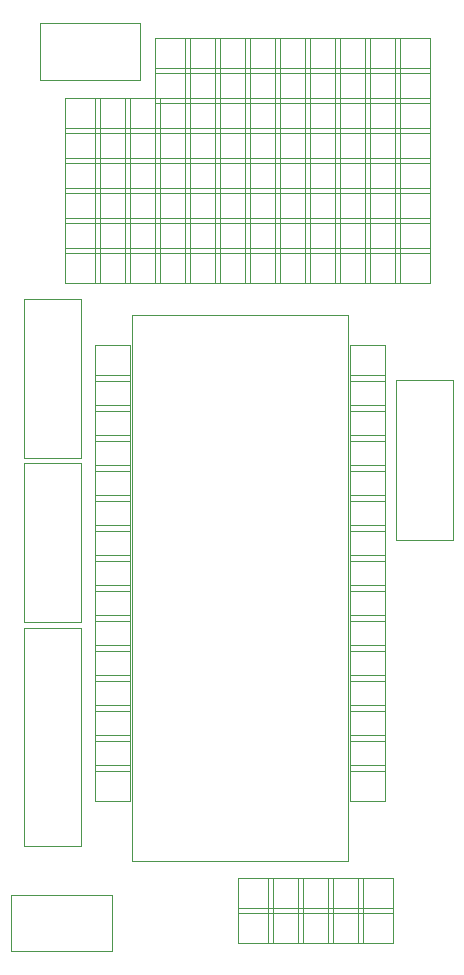
<source format=gbr>
G04 #@! TF.GenerationSoftware,KiCad,Pcbnew,(5.1.4)-1*
G04 #@! TF.CreationDate,2020-02-11T18:39:35-06:00*
G04 #@! TF.ProjectId,ArduinoBreakoutboardControl,41726475-696e-46f4-9272-65616b6f7574,rev?*
G04 #@! TF.SameCoordinates,Original*
G04 #@! TF.FileFunction,Other,User*
%FSLAX46Y46*%
G04 Gerber Fmt 4.6, Leading zero omitted, Abs format (unit mm)*
G04 Created by KiCad (PCBNEW (5.1.4)-1) date 2020-02-11 18:39:35*
%MOMM*%
%LPD*%
G04 APERTURE LIST*
%ADD10C,0.050000*%
G04 APERTURE END LIST*
D10*
X139470000Y-88495000D02*
X139470000Y-85495000D01*
X139470000Y-88495000D02*
X142470000Y-88495000D01*
X142470000Y-85495000D02*
X139470000Y-85495000D01*
X142470000Y-85495000D02*
X142470000Y-88495000D01*
X138244000Y-93685000D02*
X138244000Y-80185000D01*
X133444000Y-93685000D02*
X138244000Y-93685000D01*
X133444000Y-80185000D02*
X133444000Y-93685000D01*
X138244000Y-80185000D02*
X133444000Y-80185000D01*
X160895000Y-113915000D02*
X142615000Y-113915000D01*
X160895000Y-113915000D02*
X160895000Y-67695000D01*
X142615000Y-67695000D02*
X142615000Y-113915000D01*
X142615000Y-67695000D02*
X160895000Y-67695000D01*
X164870000Y-57380000D02*
X164870000Y-54380000D01*
X164870000Y-57380000D02*
X167870000Y-57380000D01*
X167870000Y-54380000D02*
X164870000Y-54380000D01*
X167870000Y-54380000D02*
X167870000Y-57380000D01*
X159790000Y-62460000D02*
X159790000Y-59460000D01*
X159790000Y-62460000D02*
X162790000Y-62460000D01*
X162790000Y-59460000D02*
X159790000Y-59460000D01*
X162790000Y-59460000D02*
X162790000Y-62460000D01*
X159790000Y-57380000D02*
X159790000Y-54380000D01*
X159790000Y-57380000D02*
X162790000Y-57380000D01*
X162790000Y-54380000D02*
X159790000Y-54380000D01*
X162790000Y-54380000D02*
X162790000Y-57380000D01*
X159790000Y-49760000D02*
X159790000Y-46760000D01*
X159790000Y-49760000D02*
X162790000Y-49760000D01*
X162790000Y-46760000D02*
X159790000Y-46760000D01*
X162790000Y-46760000D02*
X162790000Y-49760000D01*
X157250000Y-47220000D02*
X157250000Y-44220000D01*
X157250000Y-47220000D02*
X160250000Y-47220000D01*
X160250000Y-44220000D02*
X157250000Y-44220000D01*
X160250000Y-44220000D02*
X160250000Y-47220000D01*
X154710000Y-47220000D02*
X154710000Y-44220000D01*
X154710000Y-47220000D02*
X157710000Y-47220000D01*
X157710000Y-44220000D02*
X154710000Y-44220000D01*
X157710000Y-44220000D02*
X157710000Y-47220000D01*
X152170000Y-47220000D02*
X152170000Y-44220000D01*
X152170000Y-47220000D02*
X155170000Y-47220000D01*
X155170000Y-44220000D02*
X152170000Y-44220000D01*
X155170000Y-44220000D02*
X155170000Y-47220000D01*
X149630000Y-47220000D02*
X149630000Y-44220000D01*
X149630000Y-47220000D02*
X152630000Y-47220000D01*
X152630000Y-44220000D02*
X149630000Y-44220000D01*
X152630000Y-44220000D02*
X152630000Y-47220000D01*
X162330000Y-54840000D02*
X162330000Y-51840000D01*
X162330000Y-54840000D02*
X165330000Y-54840000D01*
X165330000Y-51840000D02*
X162330000Y-51840000D01*
X165330000Y-51840000D02*
X165330000Y-54840000D01*
X164870000Y-49760000D02*
X164870000Y-46760000D01*
X164870000Y-49760000D02*
X167870000Y-49760000D01*
X167870000Y-46760000D02*
X164870000Y-46760000D01*
X167870000Y-46760000D02*
X167870000Y-49760000D01*
X164870000Y-54840000D02*
X164870000Y-51840000D01*
X164870000Y-54840000D02*
X167870000Y-54840000D01*
X167870000Y-51840000D02*
X164870000Y-51840000D01*
X167870000Y-51840000D02*
X167870000Y-54840000D01*
X162330000Y-65000000D02*
X162330000Y-62000000D01*
X162330000Y-65000000D02*
X165330000Y-65000000D01*
X165330000Y-62000000D02*
X162330000Y-62000000D01*
X165330000Y-62000000D02*
X165330000Y-65000000D01*
X162330000Y-62460000D02*
X162330000Y-59460000D01*
X162330000Y-62460000D02*
X165330000Y-62460000D01*
X165330000Y-59460000D02*
X162330000Y-59460000D01*
X165330000Y-59460000D02*
X165330000Y-62460000D01*
X162330000Y-57380000D02*
X162330000Y-54380000D01*
X162330000Y-57380000D02*
X165330000Y-57380000D01*
X165330000Y-54380000D02*
X162330000Y-54380000D01*
X165330000Y-54380000D02*
X165330000Y-57380000D01*
X162330000Y-52300000D02*
X162330000Y-49300000D01*
X162330000Y-52300000D02*
X165330000Y-52300000D01*
X165330000Y-49300000D02*
X162330000Y-49300000D01*
X165330000Y-49300000D02*
X165330000Y-52300000D01*
X162330000Y-47220000D02*
X162330000Y-44220000D01*
X162330000Y-47220000D02*
X165330000Y-47220000D01*
X165330000Y-44220000D02*
X162330000Y-44220000D01*
X165330000Y-44220000D02*
X165330000Y-47220000D01*
X164870000Y-62460000D02*
X164870000Y-59460000D01*
X164870000Y-62460000D02*
X167870000Y-62460000D01*
X167870000Y-59460000D02*
X164870000Y-59460000D01*
X167870000Y-59460000D02*
X167870000Y-62460000D01*
X164870000Y-59920000D02*
X164870000Y-56920000D01*
X164870000Y-59920000D02*
X167870000Y-59920000D01*
X167870000Y-56920000D02*
X164870000Y-56920000D01*
X167870000Y-56920000D02*
X167870000Y-59920000D01*
X164870000Y-52300000D02*
X164870000Y-49300000D01*
X164870000Y-52300000D02*
X167870000Y-52300000D01*
X167870000Y-49300000D02*
X164870000Y-49300000D01*
X167870000Y-49300000D02*
X167870000Y-52300000D01*
X164870000Y-65000000D02*
X164870000Y-62000000D01*
X164870000Y-65000000D02*
X167870000Y-65000000D01*
X167870000Y-62000000D02*
X164870000Y-62000000D01*
X167870000Y-62000000D02*
X167870000Y-65000000D01*
X164870000Y-47220000D02*
X164870000Y-44220000D01*
X164870000Y-47220000D02*
X167870000Y-47220000D01*
X167870000Y-44220000D02*
X164870000Y-44220000D01*
X167870000Y-44220000D02*
X167870000Y-47220000D01*
X162330000Y-59920000D02*
X162330000Y-56920000D01*
X162330000Y-59920000D02*
X165330000Y-59920000D01*
X165330000Y-56920000D02*
X162330000Y-56920000D01*
X165330000Y-56920000D02*
X165330000Y-59920000D01*
X162330000Y-49760000D02*
X162330000Y-46760000D01*
X162330000Y-49760000D02*
X165330000Y-49760000D01*
X165330000Y-46760000D02*
X162330000Y-46760000D01*
X165330000Y-46760000D02*
X165330000Y-49760000D01*
X159790000Y-65000000D02*
X159790000Y-62000000D01*
X159790000Y-65000000D02*
X162790000Y-65000000D01*
X162790000Y-62000000D02*
X159790000Y-62000000D01*
X162790000Y-62000000D02*
X162790000Y-65000000D01*
X159790000Y-59920000D02*
X159790000Y-56920000D01*
X159790000Y-59920000D02*
X162790000Y-59920000D01*
X162790000Y-56920000D02*
X159790000Y-56920000D01*
X162790000Y-56920000D02*
X162790000Y-59920000D01*
X159790000Y-54840000D02*
X159790000Y-51840000D01*
X159790000Y-54840000D02*
X162790000Y-54840000D01*
X162790000Y-51840000D02*
X159790000Y-51840000D01*
X162790000Y-51840000D02*
X162790000Y-54840000D01*
X159790000Y-52300000D02*
X159790000Y-49300000D01*
X159790000Y-52300000D02*
X162790000Y-52300000D01*
X162790000Y-49300000D02*
X159790000Y-49300000D01*
X162790000Y-49300000D02*
X162790000Y-52300000D01*
X162790000Y-44220000D02*
X162790000Y-47220000D01*
X162790000Y-44220000D02*
X159790000Y-44220000D01*
X159790000Y-47220000D02*
X162790000Y-47220000D01*
X159790000Y-47220000D02*
X159790000Y-44220000D01*
X157250000Y-49760000D02*
X157250000Y-46760000D01*
X157250000Y-49760000D02*
X160250000Y-49760000D01*
X160250000Y-46760000D02*
X157250000Y-46760000D01*
X160250000Y-46760000D02*
X160250000Y-49760000D01*
X154710000Y-49760000D02*
X154710000Y-46760000D01*
X154710000Y-49760000D02*
X157710000Y-49760000D01*
X157710000Y-46760000D02*
X154710000Y-46760000D01*
X157710000Y-46760000D02*
X157710000Y-49760000D01*
X152170000Y-49760000D02*
X152170000Y-46760000D01*
X152170000Y-49760000D02*
X155170000Y-49760000D01*
X155170000Y-46760000D02*
X152170000Y-46760000D01*
X155170000Y-46760000D02*
X155170000Y-49760000D01*
X149630000Y-49760000D02*
X149630000Y-46760000D01*
X149630000Y-49760000D02*
X152630000Y-49760000D01*
X152630000Y-46760000D02*
X149630000Y-46760000D01*
X152630000Y-46760000D02*
X152630000Y-49760000D01*
X147090000Y-47220000D02*
X147090000Y-44220000D01*
X147090000Y-47220000D02*
X150090000Y-47220000D01*
X150090000Y-44220000D02*
X147090000Y-44220000D01*
X150090000Y-44220000D02*
X150090000Y-47220000D01*
X144550000Y-49760000D02*
X144550000Y-46760000D01*
X144550000Y-49760000D02*
X147550000Y-49760000D01*
X147550000Y-46760000D02*
X144550000Y-46760000D01*
X147550000Y-46760000D02*
X147550000Y-49760000D01*
X147550000Y-44220000D02*
X147550000Y-47220000D01*
X147550000Y-44220000D02*
X144550000Y-44220000D01*
X144550000Y-47220000D02*
X147550000Y-47220000D01*
X144550000Y-47220000D02*
X144550000Y-44220000D01*
X160250000Y-62000000D02*
X160250000Y-65000000D01*
X160250000Y-62000000D02*
X157250000Y-62000000D01*
X157250000Y-65000000D02*
X160250000Y-65000000D01*
X157250000Y-65000000D02*
X157250000Y-62000000D01*
X160250000Y-51840000D02*
X160250000Y-54840000D01*
X160250000Y-51840000D02*
X157250000Y-51840000D01*
X157250000Y-54840000D02*
X160250000Y-54840000D01*
X157250000Y-54840000D02*
X157250000Y-51840000D01*
X160250000Y-49300000D02*
X160250000Y-52300000D01*
X160250000Y-49300000D02*
X157250000Y-49300000D01*
X157250000Y-52300000D02*
X160250000Y-52300000D01*
X157250000Y-52300000D02*
X157250000Y-49300000D01*
X157710000Y-62000000D02*
X157710000Y-65000000D01*
X157710000Y-62000000D02*
X154710000Y-62000000D01*
X154710000Y-65000000D02*
X157710000Y-65000000D01*
X154710000Y-65000000D02*
X154710000Y-62000000D01*
X147090000Y-49760000D02*
X147090000Y-46760000D01*
X147090000Y-49760000D02*
X150090000Y-49760000D01*
X150090000Y-46760000D02*
X147090000Y-46760000D01*
X150090000Y-46760000D02*
X150090000Y-49760000D01*
X157710000Y-59460000D02*
X157710000Y-62460000D01*
X157710000Y-59460000D02*
X154710000Y-59460000D01*
X154710000Y-62460000D02*
X157710000Y-62460000D01*
X154710000Y-62460000D02*
X154710000Y-59460000D01*
X157710000Y-56920000D02*
X157710000Y-59920000D01*
X157710000Y-56920000D02*
X154710000Y-56920000D01*
X154710000Y-59920000D02*
X157710000Y-59920000D01*
X154710000Y-59920000D02*
X154710000Y-56920000D01*
X157710000Y-54380000D02*
X157710000Y-57380000D01*
X157710000Y-54380000D02*
X154710000Y-54380000D01*
X154710000Y-57380000D02*
X157710000Y-57380000D01*
X154710000Y-57380000D02*
X154710000Y-54380000D01*
X157710000Y-51840000D02*
X157710000Y-54840000D01*
X157710000Y-51840000D02*
X154710000Y-51840000D01*
X154710000Y-54840000D02*
X157710000Y-54840000D01*
X154710000Y-54840000D02*
X154710000Y-51840000D01*
X160250000Y-54380000D02*
X160250000Y-57380000D01*
X160250000Y-54380000D02*
X157250000Y-54380000D01*
X157250000Y-57380000D02*
X160250000Y-57380000D01*
X157250000Y-57380000D02*
X157250000Y-54380000D01*
X160250000Y-56920000D02*
X160250000Y-59920000D01*
X160250000Y-56920000D02*
X157250000Y-56920000D01*
X157250000Y-59920000D02*
X160250000Y-59920000D01*
X157250000Y-59920000D02*
X157250000Y-56920000D01*
X157710000Y-49300000D02*
X157710000Y-52300000D01*
X157710000Y-49300000D02*
X154710000Y-49300000D01*
X154710000Y-52300000D02*
X157710000Y-52300000D01*
X154710000Y-52300000D02*
X154710000Y-49300000D01*
X160250000Y-59460000D02*
X160250000Y-62460000D01*
X160250000Y-59460000D02*
X157250000Y-59460000D01*
X157250000Y-62460000D02*
X160250000Y-62460000D01*
X157250000Y-62460000D02*
X157250000Y-59460000D01*
X150090000Y-49300000D02*
X150090000Y-52300000D01*
X150090000Y-49300000D02*
X147090000Y-49300000D01*
X147090000Y-52300000D02*
X150090000Y-52300000D01*
X147090000Y-52300000D02*
X147090000Y-49300000D01*
X155170000Y-59460000D02*
X155170000Y-62460000D01*
X155170000Y-59460000D02*
X152170000Y-59460000D01*
X152170000Y-62460000D02*
X155170000Y-62460000D01*
X152170000Y-62460000D02*
X152170000Y-59460000D01*
X147550000Y-62000000D02*
X147550000Y-65000000D01*
X147550000Y-62000000D02*
X144550000Y-62000000D01*
X144550000Y-65000000D02*
X147550000Y-65000000D01*
X144550000Y-65000000D02*
X144550000Y-62000000D01*
X147550000Y-59460000D02*
X147550000Y-62460000D01*
X147550000Y-59460000D02*
X144550000Y-59460000D01*
X144550000Y-62460000D02*
X147550000Y-62460000D01*
X144550000Y-62460000D02*
X144550000Y-59460000D01*
X147550000Y-51840000D02*
X147550000Y-54840000D01*
X147550000Y-51840000D02*
X144550000Y-51840000D01*
X144550000Y-54840000D02*
X147550000Y-54840000D01*
X144550000Y-54840000D02*
X144550000Y-51840000D01*
X147550000Y-54380000D02*
X147550000Y-57380000D01*
X147550000Y-54380000D02*
X144550000Y-54380000D01*
X144550000Y-57380000D02*
X147550000Y-57380000D01*
X144550000Y-57380000D02*
X144550000Y-54380000D01*
X152630000Y-49300000D02*
X152630000Y-52300000D01*
X152630000Y-49300000D02*
X149630000Y-49300000D01*
X149630000Y-52300000D02*
X152630000Y-52300000D01*
X149630000Y-52300000D02*
X149630000Y-49300000D01*
X147550000Y-49300000D02*
X147550000Y-52300000D01*
X147550000Y-49300000D02*
X144550000Y-49300000D01*
X144550000Y-52300000D02*
X147550000Y-52300000D01*
X144550000Y-52300000D02*
X144550000Y-49300000D01*
X145010000Y-59460000D02*
X145010000Y-62460000D01*
X145010000Y-59460000D02*
X142010000Y-59460000D01*
X142010000Y-62460000D02*
X145010000Y-62460000D01*
X142010000Y-62460000D02*
X142010000Y-59460000D01*
X145010000Y-49300000D02*
X145010000Y-52300000D01*
X145010000Y-49300000D02*
X142010000Y-49300000D01*
X142010000Y-52300000D02*
X145010000Y-52300000D01*
X142010000Y-52300000D02*
X142010000Y-49300000D01*
X155170000Y-62000000D02*
X155170000Y-65000000D01*
X155170000Y-62000000D02*
X152170000Y-62000000D01*
X152170000Y-65000000D02*
X155170000Y-65000000D01*
X152170000Y-65000000D02*
X152170000Y-62000000D01*
X155170000Y-49300000D02*
X155170000Y-52300000D01*
X155170000Y-49300000D02*
X152170000Y-49300000D01*
X152170000Y-52300000D02*
X155170000Y-52300000D01*
X152170000Y-52300000D02*
X152170000Y-49300000D01*
X152630000Y-59460000D02*
X152630000Y-62460000D01*
X152630000Y-59460000D02*
X149630000Y-59460000D01*
X149630000Y-62460000D02*
X152630000Y-62460000D01*
X149630000Y-62460000D02*
X149630000Y-59460000D01*
X155170000Y-56920000D02*
X155170000Y-59920000D01*
X155170000Y-56920000D02*
X152170000Y-56920000D01*
X152170000Y-59920000D02*
X155170000Y-59920000D01*
X152170000Y-59920000D02*
X152170000Y-56920000D01*
X155170000Y-54380000D02*
X155170000Y-57380000D01*
X155170000Y-54380000D02*
X152170000Y-54380000D01*
X152170000Y-57380000D02*
X155170000Y-57380000D01*
X152170000Y-57380000D02*
X152170000Y-54380000D01*
X155170000Y-51840000D02*
X155170000Y-54840000D01*
X155170000Y-51840000D02*
X152170000Y-51840000D01*
X152170000Y-54840000D02*
X155170000Y-54840000D01*
X152170000Y-54840000D02*
X152170000Y-51840000D01*
X152630000Y-62000000D02*
X152630000Y-65000000D01*
X152630000Y-62000000D02*
X149630000Y-62000000D01*
X149630000Y-65000000D02*
X152630000Y-65000000D01*
X149630000Y-65000000D02*
X149630000Y-62000000D01*
X152630000Y-54380000D02*
X152630000Y-57380000D01*
X152630000Y-54380000D02*
X149630000Y-54380000D01*
X149630000Y-57380000D02*
X152630000Y-57380000D01*
X149630000Y-57380000D02*
X149630000Y-54380000D01*
X152630000Y-51840000D02*
X152630000Y-54840000D01*
X152630000Y-51840000D02*
X149630000Y-51840000D01*
X149630000Y-54840000D02*
X152630000Y-54840000D01*
X149630000Y-54840000D02*
X149630000Y-51840000D01*
X150090000Y-56920000D02*
X150090000Y-59920000D01*
X150090000Y-56920000D02*
X147090000Y-56920000D01*
X147090000Y-59920000D02*
X150090000Y-59920000D01*
X147090000Y-59920000D02*
X147090000Y-56920000D01*
X150090000Y-54380000D02*
X150090000Y-57380000D01*
X150090000Y-54380000D02*
X147090000Y-54380000D01*
X147090000Y-57380000D02*
X150090000Y-57380000D01*
X147090000Y-57380000D02*
X147090000Y-54380000D01*
X150090000Y-51840000D02*
X150090000Y-54840000D01*
X150090000Y-51840000D02*
X147090000Y-51840000D01*
X147090000Y-54840000D02*
X150090000Y-54840000D01*
X147090000Y-54840000D02*
X147090000Y-51840000D01*
X150090000Y-59460000D02*
X150090000Y-62460000D01*
X150090000Y-59460000D02*
X147090000Y-59460000D01*
X147090000Y-62460000D02*
X150090000Y-62460000D01*
X147090000Y-62460000D02*
X147090000Y-59460000D01*
X145010000Y-62000000D02*
X145010000Y-65000000D01*
X145010000Y-62000000D02*
X142010000Y-62000000D01*
X142010000Y-65000000D02*
X145010000Y-65000000D01*
X142010000Y-65000000D02*
X142010000Y-62000000D01*
X147550000Y-56920000D02*
X147550000Y-59920000D01*
X147550000Y-56920000D02*
X144550000Y-56920000D01*
X144550000Y-59920000D02*
X147550000Y-59920000D01*
X144550000Y-59920000D02*
X144550000Y-56920000D01*
X145010000Y-56920000D02*
X145010000Y-59920000D01*
X145010000Y-56920000D02*
X142010000Y-56920000D01*
X142010000Y-59920000D02*
X145010000Y-59920000D01*
X142010000Y-59920000D02*
X142010000Y-56920000D01*
X152630000Y-56920000D02*
X152630000Y-59920000D01*
X152630000Y-56920000D02*
X149630000Y-56920000D01*
X149630000Y-59920000D02*
X152630000Y-59920000D01*
X149630000Y-59920000D02*
X149630000Y-56920000D01*
X150090000Y-62000000D02*
X150090000Y-65000000D01*
X150090000Y-62000000D02*
X147090000Y-62000000D01*
X147090000Y-65000000D02*
X150090000Y-65000000D01*
X147090000Y-65000000D02*
X147090000Y-62000000D01*
X145010000Y-54380000D02*
X145010000Y-57380000D01*
X145010000Y-54380000D02*
X142010000Y-54380000D01*
X142010000Y-57380000D02*
X145010000Y-57380000D01*
X142010000Y-57380000D02*
X142010000Y-54380000D01*
X145010000Y-51840000D02*
X145010000Y-54840000D01*
X145010000Y-51840000D02*
X142010000Y-51840000D01*
X142010000Y-54840000D02*
X145010000Y-54840000D01*
X142010000Y-54840000D02*
X142010000Y-51840000D01*
X139470000Y-52300000D02*
X139470000Y-49300000D01*
X139470000Y-52300000D02*
X142470000Y-52300000D01*
X142470000Y-49300000D02*
X139470000Y-49300000D01*
X142470000Y-49300000D02*
X142470000Y-52300000D01*
X142470000Y-51840000D02*
X142470000Y-54840000D01*
X142470000Y-51840000D02*
X139470000Y-51840000D01*
X139470000Y-54840000D02*
X142470000Y-54840000D01*
X139470000Y-54840000D02*
X139470000Y-51840000D01*
X139930000Y-62000000D02*
X139930000Y-65000000D01*
X139930000Y-62000000D02*
X136930000Y-62000000D01*
X136930000Y-65000000D02*
X139930000Y-65000000D01*
X136930000Y-65000000D02*
X136930000Y-62000000D01*
X136930000Y-62460000D02*
X136930000Y-59460000D01*
X136930000Y-62460000D02*
X139930000Y-62460000D01*
X139930000Y-59460000D02*
X136930000Y-59460000D01*
X139930000Y-59460000D02*
X139930000Y-62460000D01*
X139930000Y-56920000D02*
X139930000Y-59920000D01*
X139930000Y-56920000D02*
X136930000Y-56920000D01*
X136930000Y-59920000D02*
X139930000Y-59920000D01*
X136930000Y-59920000D02*
X136930000Y-56920000D01*
X142470000Y-59460000D02*
X142470000Y-62460000D01*
X142470000Y-59460000D02*
X139470000Y-59460000D01*
X139470000Y-62460000D02*
X142470000Y-62460000D01*
X139470000Y-62460000D02*
X139470000Y-59460000D01*
X142470000Y-56920000D02*
X142470000Y-59920000D01*
X142470000Y-56920000D02*
X139470000Y-56920000D01*
X139470000Y-59920000D02*
X142470000Y-59920000D01*
X139470000Y-59920000D02*
X139470000Y-56920000D01*
X142470000Y-54380000D02*
X142470000Y-57380000D01*
X142470000Y-54380000D02*
X139470000Y-54380000D01*
X139470000Y-57380000D02*
X142470000Y-57380000D01*
X139470000Y-57380000D02*
X139470000Y-54380000D01*
X142470000Y-62000000D02*
X142470000Y-65000000D01*
X142470000Y-62000000D02*
X139470000Y-62000000D01*
X139470000Y-65000000D02*
X142470000Y-65000000D01*
X139470000Y-65000000D02*
X139470000Y-62000000D01*
X139930000Y-49300000D02*
X139930000Y-52300000D01*
X139930000Y-49300000D02*
X136930000Y-49300000D01*
X136930000Y-52300000D02*
X139930000Y-52300000D01*
X136930000Y-52300000D02*
X136930000Y-49300000D01*
X136930000Y-54840000D02*
X136930000Y-51840000D01*
X136930000Y-54840000D02*
X139930000Y-54840000D01*
X139930000Y-51840000D02*
X136930000Y-51840000D01*
X139930000Y-51840000D02*
X139930000Y-54840000D01*
X139930000Y-54380000D02*
X139930000Y-57380000D01*
X139930000Y-54380000D02*
X136930000Y-54380000D01*
X136930000Y-57380000D02*
X139930000Y-57380000D01*
X136930000Y-57380000D02*
X136930000Y-54380000D01*
X138244000Y-112655000D02*
X138244000Y-94155000D01*
X133444000Y-112655000D02*
X138244000Y-112655000D01*
X133444000Y-94155000D02*
X133444000Y-112655000D01*
X138244000Y-94155000D02*
X133444000Y-94155000D01*
X140882000Y-116772000D02*
X132382000Y-116772000D01*
X140882000Y-121572000D02*
X140882000Y-116772000D01*
X132382000Y-121572000D02*
X140882000Y-121572000D01*
X132382000Y-116772000D02*
X132382000Y-121572000D01*
X164060000Y-88035000D02*
X164060000Y-91035000D01*
X164060000Y-88035000D02*
X161060000Y-88035000D01*
X161060000Y-91035000D02*
X164060000Y-91035000D01*
X161060000Y-91035000D02*
X161060000Y-88035000D01*
X169740000Y-86700000D02*
X169740000Y-73200000D01*
X164940000Y-86700000D02*
X169740000Y-86700000D01*
X164940000Y-73200000D02*
X164940000Y-86700000D01*
X169740000Y-73200000D02*
X164940000Y-73200000D01*
X164060000Y-72795000D02*
X164060000Y-75795000D01*
X164060000Y-72795000D02*
X161060000Y-72795000D01*
X161060000Y-75795000D02*
X164060000Y-75795000D01*
X161060000Y-75795000D02*
X161060000Y-72795000D01*
X156615000Y-118340000D02*
X156615000Y-115340000D01*
X156615000Y-118340000D02*
X159615000Y-118340000D01*
X159615000Y-115340000D02*
X156615000Y-115340000D01*
X159615000Y-115340000D02*
X159615000Y-118340000D01*
X139470000Y-106275000D02*
X139470000Y-103275000D01*
X139470000Y-106275000D02*
X142470000Y-106275000D01*
X142470000Y-103275000D02*
X139470000Y-103275000D01*
X142470000Y-103275000D02*
X142470000Y-106275000D01*
X164695000Y-115340000D02*
X164695000Y-118340000D01*
X164695000Y-115340000D02*
X161695000Y-115340000D01*
X161695000Y-118340000D02*
X164695000Y-118340000D01*
X161695000Y-118340000D02*
X161695000Y-115340000D01*
X151535000Y-118340000D02*
X151535000Y-115340000D01*
X151535000Y-118340000D02*
X154535000Y-118340000D01*
X154535000Y-115340000D02*
X151535000Y-115340000D01*
X154535000Y-115340000D02*
X154535000Y-118340000D01*
X139470000Y-98655000D02*
X139470000Y-95655000D01*
X139470000Y-98655000D02*
X142470000Y-98655000D01*
X142470000Y-95655000D02*
X139470000Y-95655000D01*
X142470000Y-95655000D02*
X142470000Y-98655000D01*
X139470000Y-91035000D02*
X139470000Y-88035000D01*
X139470000Y-91035000D02*
X142470000Y-91035000D01*
X142470000Y-88035000D02*
X139470000Y-88035000D01*
X142470000Y-88035000D02*
X142470000Y-91035000D01*
X139470000Y-85955000D02*
X139470000Y-82955000D01*
X139470000Y-85955000D02*
X142470000Y-85955000D01*
X142470000Y-82955000D02*
X139470000Y-82955000D01*
X142470000Y-82955000D02*
X142470000Y-85955000D01*
X154075000Y-118340000D02*
X154075000Y-115340000D01*
X154075000Y-118340000D02*
X157075000Y-118340000D01*
X157075000Y-115340000D02*
X154075000Y-115340000D01*
X157075000Y-115340000D02*
X157075000Y-118340000D01*
X151535000Y-120880000D02*
X151535000Y-117880000D01*
X151535000Y-120880000D02*
X154535000Y-120880000D01*
X154535000Y-117880000D02*
X151535000Y-117880000D01*
X154535000Y-117880000D02*
X154535000Y-120880000D01*
X164060000Y-105815000D02*
X164060000Y-108815000D01*
X164060000Y-105815000D02*
X161060000Y-105815000D01*
X161060000Y-108815000D02*
X164060000Y-108815000D01*
X161060000Y-108815000D02*
X161060000Y-105815000D01*
X164060000Y-90575000D02*
X164060000Y-93575000D01*
X164060000Y-90575000D02*
X161060000Y-90575000D01*
X161060000Y-93575000D02*
X164060000Y-93575000D01*
X161060000Y-93575000D02*
X161060000Y-90575000D01*
X164060000Y-103275000D02*
X164060000Y-106275000D01*
X164060000Y-103275000D02*
X161060000Y-103275000D01*
X161060000Y-106275000D02*
X164060000Y-106275000D01*
X161060000Y-106275000D02*
X161060000Y-103275000D01*
X164060000Y-82955000D02*
X164060000Y-85955000D01*
X164060000Y-82955000D02*
X161060000Y-82955000D01*
X161060000Y-85955000D02*
X164060000Y-85955000D01*
X161060000Y-85955000D02*
X161060000Y-82955000D01*
X164060000Y-93115000D02*
X164060000Y-96115000D01*
X164060000Y-93115000D02*
X161060000Y-93115000D01*
X161060000Y-96115000D02*
X164060000Y-96115000D01*
X161060000Y-96115000D02*
X161060000Y-93115000D01*
X164060000Y-85495000D02*
X164060000Y-88495000D01*
X164060000Y-85495000D02*
X161060000Y-85495000D01*
X161060000Y-88495000D02*
X164060000Y-88495000D01*
X161060000Y-88495000D02*
X161060000Y-85495000D01*
X159155000Y-118340000D02*
X159155000Y-115340000D01*
X159155000Y-118340000D02*
X162155000Y-118340000D01*
X162155000Y-115340000D02*
X159155000Y-115340000D01*
X162155000Y-115340000D02*
X162155000Y-118340000D01*
X161695000Y-120880000D02*
X161695000Y-117880000D01*
X161695000Y-120880000D02*
X164695000Y-120880000D01*
X164695000Y-117880000D02*
X161695000Y-117880000D01*
X164695000Y-117880000D02*
X164695000Y-120880000D01*
X164060000Y-98195000D02*
X164060000Y-101195000D01*
X164060000Y-98195000D02*
X161060000Y-98195000D01*
X161060000Y-101195000D02*
X164060000Y-101195000D01*
X161060000Y-101195000D02*
X161060000Y-98195000D01*
X164060000Y-80415000D02*
X164060000Y-83415000D01*
X164060000Y-80415000D02*
X161060000Y-80415000D01*
X161060000Y-83415000D02*
X164060000Y-83415000D01*
X161060000Y-83415000D02*
X161060000Y-80415000D01*
X156615000Y-120880000D02*
X156615000Y-117880000D01*
X156615000Y-120880000D02*
X159615000Y-120880000D01*
X159615000Y-117880000D02*
X156615000Y-117880000D01*
X159615000Y-117880000D02*
X159615000Y-120880000D01*
X164060000Y-100735000D02*
X164060000Y-103735000D01*
X164060000Y-100735000D02*
X161060000Y-100735000D01*
X161060000Y-103735000D02*
X164060000Y-103735000D01*
X161060000Y-103735000D02*
X161060000Y-100735000D01*
X164060000Y-95655000D02*
X164060000Y-98655000D01*
X164060000Y-95655000D02*
X161060000Y-95655000D01*
X161060000Y-98655000D02*
X164060000Y-98655000D01*
X161060000Y-98655000D02*
X161060000Y-95655000D01*
X154075000Y-120880000D02*
X154075000Y-117880000D01*
X154075000Y-120880000D02*
X157075000Y-120880000D01*
X157075000Y-117880000D02*
X154075000Y-117880000D01*
X157075000Y-117880000D02*
X157075000Y-120880000D01*
X159155000Y-120880000D02*
X159155000Y-117880000D01*
X159155000Y-120880000D02*
X162155000Y-120880000D01*
X162155000Y-117880000D02*
X159155000Y-117880000D01*
X162155000Y-117880000D02*
X162155000Y-120880000D01*
X164060000Y-77875000D02*
X164060000Y-80875000D01*
X164060000Y-77875000D02*
X161060000Y-77875000D01*
X161060000Y-80875000D02*
X164060000Y-80875000D01*
X161060000Y-80875000D02*
X161060000Y-77875000D01*
X164060000Y-75335000D02*
X164060000Y-78335000D01*
X164060000Y-75335000D02*
X161060000Y-75335000D01*
X161060000Y-78335000D02*
X164060000Y-78335000D01*
X161060000Y-78335000D02*
X161060000Y-75335000D01*
X161060000Y-73255000D02*
X161060000Y-70255000D01*
X161060000Y-73255000D02*
X164060000Y-73255000D01*
X164060000Y-70255000D02*
X161060000Y-70255000D01*
X164060000Y-70255000D02*
X164060000Y-73255000D01*
X139470000Y-108815000D02*
X139470000Y-105815000D01*
X139470000Y-108815000D02*
X142470000Y-108815000D01*
X142470000Y-105815000D02*
X139470000Y-105815000D01*
X142470000Y-105815000D02*
X142470000Y-108815000D01*
X139470000Y-103735000D02*
X139470000Y-100735000D01*
X139470000Y-103735000D02*
X142470000Y-103735000D01*
X142470000Y-100735000D02*
X139470000Y-100735000D01*
X142470000Y-100735000D02*
X142470000Y-103735000D01*
X139470000Y-101195000D02*
X139470000Y-98195000D01*
X139470000Y-101195000D02*
X142470000Y-101195000D01*
X142470000Y-98195000D02*
X139470000Y-98195000D01*
X142470000Y-98195000D02*
X142470000Y-101195000D01*
X139470000Y-96115000D02*
X139470000Y-93115000D01*
X139470000Y-96115000D02*
X142470000Y-96115000D01*
X142470000Y-93115000D02*
X139470000Y-93115000D01*
X142470000Y-93115000D02*
X142470000Y-96115000D01*
X139470000Y-93575000D02*
X139470000Y-90575000D01*
X139470000Y-93575000D02*
X142470000Y-93575000D01*
X142470000Y-90575000D02*
X139470000Y-90575000D01*
X142470000Y-90575000D02*
X142470000Y-93575000D01*
X139470000Y-78335000D02*
X139470000Y-75335000D01*
X139470000Y-78335000D02*
X142470000Y-78335000D01*
X142470000Y-75335000D02*
X139470000Y-75335000D01*
X142470000Y-75335000D02*
X142470000Y-78335000D01*
X142470000Y-70255000D02*
X142470000Y-73255000D01*
X142470000Y-70255000D02*
X139470000Y-70255000D01*
X139470000Y-73255000D02*
X142470000Y-73255000D01*
X139470000Y-73255000D02*
X139470000Y-70255000D01*
X139470000Y-80875000D02*
X139470000Y-77875000D01*
X139470000Y-80875000D02*
X142470000Y-80875000D01*
X142470000Y-77875000D02*
X139470000Y-77875000D01*
X142470000Y-77875000D02*
X142470000Y-80875000D01*
X139470000Y-75795000D02*
X139470000Y-72795000D01*
X139470000Y-75795000D02*
X142470000Y-75795000D01*
X142470000Y-72795000D02*
X139470000Y-72795000D01*
X142470000Y-72795000D02*
X142470000Y-75795000D01*
X138244000Y-79795000D02*
X138244000Y-66295000D01*
X133444000Y-79795000D02*
X138244000Y-79795000D01*
X133444000Y-66295000D02*
X133444000Y-79795000D01*
X138244000Y-66295000D02*
X133444000Y-66295000D01*
X139470000Y-83415000D02*
X139470000Y-80415000D01*
X139470000Y-83415000D02*
X142470000Y-83415000D01*
X142470000Y-80415000D02*
X139470000Y-80415000D01*
X142470000Y-80415000D02*
X142470000Y-83415000D01*
X143295000Y-42985000D02*
X134795000Y-42985000D01*
X143295000Y-47785000D02*
X143295000Y-42985000D01*
X134795000Y-47785000D02*
X143295000Y-47785000D01*
X134795000Y-42985000D02*
X134795000Y-47785000D01*
M02*

</source>
